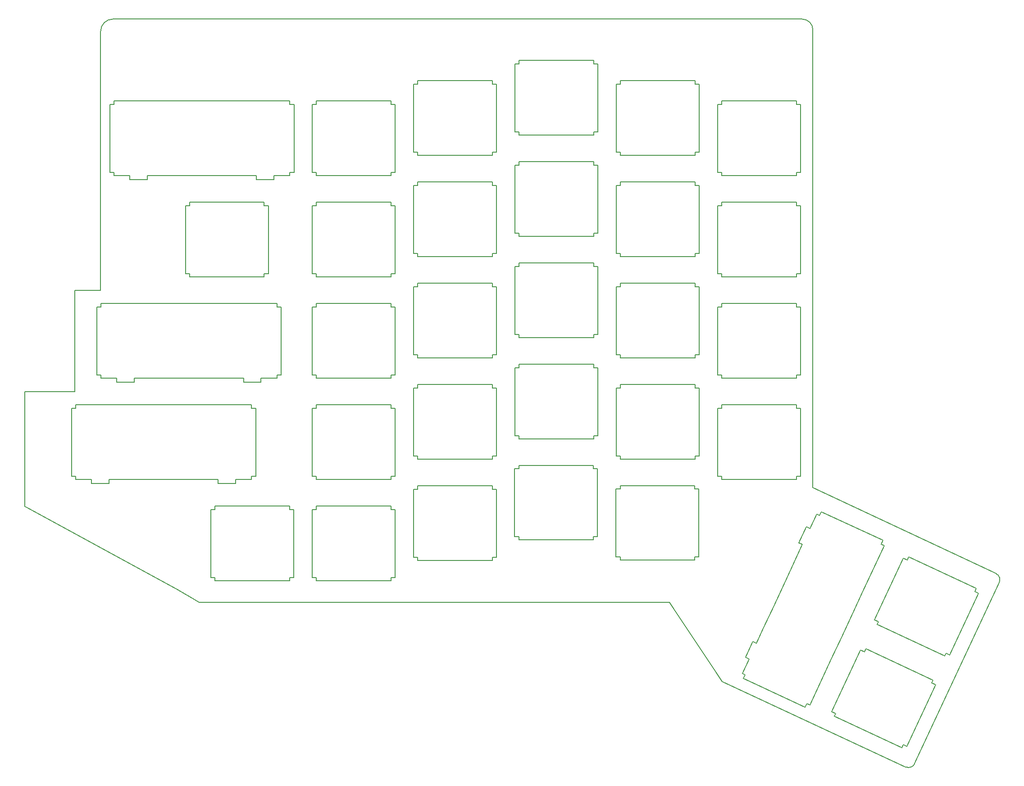
<source format=gbr>
G04 #@! TF.GenerationSoftware,KiCad,Pcbnew,(5.1.5)-3*
G04 #@! TF.CreationDate,2020-01-18T12:44:20+05:30*
G04 #@! TF.ProjectId,ergocape,6572676f-6361-4706-952e-6b696361645f,rev?*
G04 #@! TF.SameCoordinates,Original*
G04 #@! TF.FileFunction,Profile,NP*
%FSLAX46Y46*%
G04 Gerber Fmt 4.6, Leading zero omitted, Abs format (unit mm)*
G04 Created by KiCad (PCBNEW (5.1.5)-3) date 2020-01-18 12:44:20*
%MOMM*%
%LPD*%
G04 APERTURE LIST*
%ADD10C,0.200000*%
%ADD11C,0.150000*%
G04 APERTURE END LIST*
D10*
X31750000Y-68326000D02*
X36576000Y-68326000D01*
D11*
X38862000Y-17272000D02*
X39370000Y-17272000D01*
X36576000Y-48895000D02*
X36576000Y-19558000D01*
D10*
X36576000Y-51943000D02*
X36576000Y-48895000D01*
X36576000Y-68326000D02*
X36576000Y-51943000D01*
X31750000Y-87376000D02*
X31750000Y-68326000D01*
X22352000Y-87376000D02*
X31750000Y-87376000D01*
X22352000Y-87503000D02*
X22352000Y-87376000D01*
X22352000Y-98044000D02*
X22352000Y-87503000D01*
D11*
X157988000Y-17272000D02*
X168402000Y-17272000D01*
X147574000Y-17272000D02*
X157988000Y-17272000D01*
X136906000Y-17272000D02*
X147574000Y-17272000D01*
X127000000Y-17272000D02*
X136906000Y-17272000D01*
X204852770Y-121558610D02*
G75*
G02X205467055Y-123246347I-536726J-1151011D01*
G01*
X204385820Y-121337275D02*
X204852770Y-121558610D01*
X170434000Y-19304000D02*
X170434000Y-105410000D01*
X153365200Y-141833600D02*
X143510000Y-127000000D01*
X153585583Y-141929498D02*
X153365200Y-141833600D01*
X205467055Y-123246347D02*
X189577980Y-157304740D01*
X189577980Y-157304740D02*
G75*
G02X187890244Y-157919026I-1151011J536725D01*
G01*
X153585583Y-141929498D02*
X187890244Y-157919026D01*
X170434000Y-105410000D02*
X204385820Y-121337275D01*
X168402000Y-17272000D02*
G75*
G02X170434000Y-19304000I0J-2032000D01*
G01*
X36580000Y-19558000D02*
G75*
G02X38866000Y-17272000I2286000J0D01*
G01*
X127000000Y-17272000D02*
X39370000Y-17272000D01*
X137160000Y-127000000D02*
X143510000Y-127000000D01*
X22352000Y-108966000D02*
X22860000Y-109220000D01*
X22352000Y-106426000D02*
X22352000Y-108966000D01*
X22352000Y-98044000D02*
X22352000Y-106426000D01*
X55118000Y-127000000D02*
X55880000Y-127000000D01*
X53848000Y-126238000D02*
X55118000Y-127000000D01*
X50800000Y-124460000D02*
X53848000Y-126238000D01*
X55880000Y-127000000D02*
X137160000Y-127000000D01*
X22860000Y-109220000D02*
X50800000Y-124460000D01*
D10*
X91137500Y-103837500D02*
X91137500Y-103237500D01*
X91137500Y-89837500D02*
X77137500Y-89837500D01*
X91137500Y-90437500D02*
X91137500Y-89837500D01*
X91137500Y-103237500D02*
X91937500Y-103237500D01*
X76337500Y-90437500D02*
X76337500Y-103237500D01*
X76337500Y-103237500D02*
X77137500Y-103237500D01*
X91937500Y-90437500D02*
X91137500Y-90437500D01*
X91937500Y-103237500D02*
X91937500Y-90437500D01*
X77137500Y-103837500D02*
X91137500Y-103837500D01*
X77137500Y-103237500D02*
X77137500Y-103837500D01*
X77137500Y-90437500D02*
X76337500Y-90437500D01*
X77137500Y-89837500D02*
X77137500Y-90437500D01*
X110188000Y-100027500D02*
X110188000Y-99427500D01*
X110188000Y-86027500D02*
X96188000Y-86027500D01*
X110188000Y-86627500D02*
X110188000Y-86027500D01*
X110188000Y-99427500D02*
X110988000Y-99427500D01*
X95388000Y-86627500D02*
X95388000Y-99427500D01*
X95388000Y-99427500D02*
X96188000Y-99427500D01*
X110988000Y-86627500D02*
X110188000Y-86627500D01*
X110988000Y-99427500D02*
X110988000Y-86627500D01*
X96188000Y-100027500D02*
X110188000Y-100027500D01*
X96188000Y-99427500D02*
X96188000Y-100027500D01*
X96188000Y-86627500D02*
X95388000Y-86627500D01*
X96188000Y-86027500D02*
X96188000Y-86627500D01*
X110188000Y-119078000D02*
X110188000Y-118478000D01*
X110188000Y-105078000D02*
X96188000Y-105078000D01*
X110188000Y-105678000D02*
X110188000Y-105078000D01*
X110188000Y-118478000D02*
X110988000Y-118478000D01*
X95388000Y-105678000D02*
X95388000Y-118478000D01*
X95388000Y-118478000D02*
X96188000Y-118478000D01*
X110988000Y-105678000D02*
X110188000Y-105678000D01*
X110988000Y-118478000D02*
X110988000Y-105678000D01*
X96188000Y-119078000D02*
X110188000Y-119078000D01*
X96188000Y-118478000D02*
X96188000Y-119078000D01*
X96188000Y-105678000D02*
X95388000Y-105678000D01*
X96188000Y-105078000D02*
X96188000Y-105678000D01*
X110188000Y-61927500D02*
X110188000Y-61327500D01*
X110188000Y-47927500D02*
X96188000Y-47927500D01*
X110188000Y-48527500D02*
X110188000Y-47927500D01*
X110188000Y-61327500D02*
X110988000Y-61327500D01*
X95388000Y-48527500D02*
X95388000Y-61327500D01*
X95388000Y-61327500D02*
X96188000Y-61327500D01*
X110988000Y-48527500D02*
X110188000Y-48527500D01*
X110988000Y-61327500D02*
X110988000Y-48527500D01*
X96188000Y-61927500D02*
X110188000Y-61927500D01*
X96188000Y-61327500D02*
X96188000Y-61927500D01*
X96188000Y-48527500D02*
X95388000Y-48527500D01*
X96188000Y-47927500D02*
X96188000Y-48527500D01*
X148288000Y-100027500D02*
X148288000Y-99427500D01*
X148288000Y-86027500D02*
X134288000Y-86027500D01*
X148288000Y-86627500D02*
X148288000Y-86027500D01*
X148288000Y-99427500D02*
X149088000Y-99427500D01*
X133488000Y-86627500D02*
X133488000Y-99427500D01*
X133488000Y-99427500D02*
X134288000Y-99427500D01*
X149088000Y-86627500D02*
X148288000Y-86627500D01*
X149088000Y-99427500D02*
X149088000Y-86627500D01*
X134288000Y-100027500D02*
X148288000Y-100027500D01*
X134288000Y-99427500D02*
X134288000Y-100027500D01*
X134288000Y-86627500D02*
X133488000Y-86627500D01*
X134288000Y-86027500D02*
X134288000Y-86627500D01*
X187134827Y-154310482D02*
X187388398Y-153766698D01*
X193051482Y-141622173D02*
X180363173Y-135705518D01*
X192797911Y-142165958D02*
X193051482Y-141622173D01*
X187388398Y-153766698D02*
X188113444Y-154104792D01*
X179384556Y-135911208D02*
X173975042Y-147511947D01*
X173975042Y-147511947D02*
X174700089Y-147850042D01*
X193522958Y-142504053D02*
X192797911Y-142165958D01*
X188113444Y-154104792D02*
X193522958Y-142504053D01*
X174446518Y-148393827D02*
X187134827Y-154310482D01*
X174700089Y-147850042D02*
X174446518Y-148393827D01*
X180109602Y-136249302D02*
X179384556Y-135911208D01*
X180363173Y-135705518D02*
X180109602Y-136249302D01*
X195184827Y-137045482D02*
X195438398Y-136501698D01*
X201101482Y-124357173D02*
X188413173Y-118440518D01*
X200847911Y-124900958D02*
X201101482Y-124357173D01*
X195438398Y-136501698D02*
X196163444Y-136839792D01*
X187434556Y-118646208D02*
X182025042Y-130246947D01*
X182025042Y-130246947D02*
X182750089Y-130585042D01*
X201572958Y-125239053D02*
X200847911Y-124900958D01*
X196163444Y-136839792D02*
X201572958Y-125239053D01*
X182496518Y-131128827D02*
X195184827Y-137045482D01*
X182750089Y-130585042D02*
X182496518Y-131128827D01*
X188159602Y-118984302D02*
X187434556Y-118646208D01*
X188413173Y-118440518D02*
X188159602Y-118984302D01*
X53325000Y-65737500D02*
X53325000Y-65137500D01*
X53325000Y-51737500D02*
X67325000Y-51737500D01*
X53325000Y-52337500D02*
X53325000Y-51737500D01*
X53325000Y-65137500D02*
X52525000Y-65137500D01*
X68125000Y-52337500D02*
X68125000Y-65137500D01*
X68125000Y-65137500D02*
X67325000Y-65137500D01*
X52525000Y-52337500D02*
X53325000Y-52337500D01*
X52525000Y-65137500D02*
X52525000Y-52337500D01*
X67325000Y-65737500D02*
X53325000Y-65737500D01*
X67325000Y-65137500D02*
X67325000Y-65737500D01*
X67325000Y-52337500D02*
X68125000Y-52337500D01*
X67325000Y-51737500D02*
X67325000Y-52337500D01*
X167338000Y-65737500D02*
X167338000Y-65137500D01*
X167338000Y-51737500D02*
X153338000Y-51737500D01*
X167338000Y-52337500D02*
X167338000Y-51737500D01*
X167338000Y-65137500D02*
X168138000Y-65137500D01*
X152538000Y-52337500D02*
X152538000Y-65137500D01*
X152538000Y-65137500D02*
X153338000Y-65137500D01*
X168138000Y-52337500D02*
X167338000Y-52337500D01*
X168138000Y-65137500D02*
X168138000Y-52337500D01*
X153338000Y-65737500D02*
X167338000Y-65737500D01*
X153338000Y-65137500D02*
X153338000Y-65737500D01*
X153338000Y-52337500D02*
X152538000Y-52337500D01*
X153338000Y-51737500D02*
X153338000Y-52337500D01*
X110188000Y-80977500D02*
X110188000Y-80377500D01*
X110188000Y-66977500D02*
X96188000Y-66977500D01*
X110188000Y-67577500D02*
X110188000Y-66977500D01*
X110188000Y-80377500D02*
X110988000Y-80377500D01*
X95388000Y-67577500D02*
X95388000Y-80377500D01*
X95388000Y-80377500D02*
X96188000Y-80377500D01*
X110988000Y-67577500D02*
X110188000Y-67577500D01*
X110988000Y-80377500D02*
X110988000Y-67577500D01*
X96188000Y-80977500D02*
X110188000Y-80977500D01*
X96188000Y-80377500D02*
X96188000Y-80977500D01*
X96188000Y-67577500D02*
X95388000Y-67577500D01*
X96188000Y-66977500D02*
X96188000Y-67577500D01*
X148288000Y-61927500D02*
X148288000Y-61327500D01*
X148288000Y-47927500D02*
X134288000Y-47927500D01*
X148288000Y-48527500D02*
X148288000Y-47927500D01*
X148288000Y-61327500D02*
X149088000Y-61327500D01*
X133488000Y-48527500D02*
X133488000Y-61327500D01*
X133488000Y-61327500D02*
X134288000Y-61327500D01*
X149088000Y-48527500D02*
X148288000Y-48527500D01*
X149088000Y-61327500D02*
X149088000Y-48527500D01*
X134288000Y-61927500D02*
X148288000Y-61927500D01*
X134288000Y-61327500D02*
X134288000Y-61927500D01*
X134288000Y-48527500D02*
X133488000Y-48527500D01*
X134288000Y-47927500D02*
X134288000Y-48527500D01*
X91137500Y-65737500D02*
X91137500Y-65137500D01*
X91137500Y-51737500D02*
X77137500Y-51737500D01*
X91137500Y-52337500D02*
X91137500Y-51737500D01*
X91137500Y-65137500D02*
X91937500Y-65137500D01*
X76337500Y-52337500D02*
X76337500Y-65137500D01*
X76337500Y-65137500D02*
X77137500Y-65137500D01*
X91937500Y-52337500D02*
X91137500Y-52337500D01*
X91937500Y-65137500D02*
X91937500Y-52337500D01*
X77137500Y-65737500D02*
X91137500Y-65737500D01*
X77137500Y-65137500D02*
X77137500Y-65737500D01*
X77137500Y-52337500D02*
X76337500Y-52337500D01*
X77137500Y-51737500D02*
X77137500Y-52337500D01*
X167338000Y-84787500D02*
X167338000Y-84187500D01*
X167338000Y-70787500D02*
X153338000Y-70787500D01*
X167338000Y-71387500D02*
X167338000Y-70787500D01*
X167338000Y-84187500D02*
X168138000Y-84187500D01*
X152538000Y-71387500D02*
X152538000Y-84187500D01*
X152538000Y-84187500D02*
X153338000Y-84187500D01*
X168138000Y-71387500D02*
X167338000Y-71387500D01*
X168138000Y-84187500D02*
X168138000Y-71387500D01*
X153338000Y-84787500D02*
X167338000Y-84787500D01*
X153338000Y-84187500D02*
X153338000Y-84787500D01*
X153338000Y-71387500D02*
X152538000Y-71387500D01*
X153338000Y-70787500D02*
X153338000Y-71387500D01*
X148288000Y-80977500D02*
X148288000Y-80377500D01*
X148288000Y-66977500D02*
X134288000Y-66977500D01*
X148288000Y-67577500D02*
X148288000Y-66977500D01*
X148288000Y-80377500D02*
X149088000Y-80377500D01*
X133488000Y-67577500D02*
X133488000Y-80377500D01*
X133488000Y-80377500D02*
X134288000Y-80377500D01*
X149088000Y-67577500D02*
X148288000Y-67577500D01*
X149088000Y-80377500D02*
X149088000Y-67577500D01*
X134288000Y-80977500D02*
X148288000Y-80977500D01*
X134288000Y-80377500D02*
X134288000Y-80977500D01*
X134288000Y-67577500D02*
X133488000Y-67577500D01*
X134288000Y-66977500D02*
X134288000Y-67577500D01*
X129238000Y-58117500D02*
X129238000Y-57517500D01*
X129238000Y-44117500D02*
X115238000Y-44117500D01*
X129238000Y-44717500D02*
X129238000Y-44117500D01*
X129238000Y-57517500D02*
X130038000Y-57517500D01*
X114438000Y-44717500D02*
X114438000Y-57517500D01*
X114438000Y-57517500D02*
X115238000Y-57517500D01*
X130038000Y-44717500D02*
X129238000Y-44717500D01*
X130038000Y-57517500D02*
X130038000Y-44717500D01*
X115238000Y-58117500D02*
X129238000Y-58117500D01*
X115238000Y-57517500D02*
X115238000Y-58117500D01*
X115238000Y-44717500D02*
X114438000Y-44717500D01*
X115238000Y-44117500D02*
X115238000Y-44717500D01*
X129238000Y-77167500D02*
X129238000Y-76567500D01*
X129238000Y-63167500D02*
X115238000Y-63167500D01*
X129238000Y-63767500D02*
X129238000Y-63167500D01*
X129238000Y-76567500D02*
X130038000Y-76567500D01*
X114438000Y-63767500D02*
X114438000Y-76567500D01*
X114438000Y-76567500D02*
X115238000Y-76567500D01*
X130038000Y-63767500D02*
X129238000Y-63767500D01*
X130038000Y-76567500D02*
X130038000Y-63767500D01*
X115238000Y-77167500D02*
X129238000Y-77167500D01*
X115238000Y-76567500D02*
X115238000Y-77167500D01*
X115238000Y-63767500D02*
X114438000Y-63767500D01*
X115238000Y-63167500D02*
X115238000Y-63767500D01*
X72087500Y-122888000D02*
X72087500Y-122288000D01*
X72087500Y-108888000D02*
X58087500Y-108888000D01*
X72087500Y-109488000D02*
X72087500Y-108888000D01*
X72087500Y-122288000D02*
X72887500Y-122288000D01*
X57287500Y-109488000D02*
X57287500Y-122288000D01*
X57287500Y-122288000D02*
X58087500Y-122288000D01*
X72887500Y-109488000D02*
X72087500Y-109488000D01*
X72887500Y-122288000D02*
X72887500Y-109488000D01*
X58087500Y-122888000D02*
X72087500Y-122888000D01*
X58087500Y-122288000D02*
X58087500Y-122888000D01*
X58087500Y-109488000D02*
X57287500Y-109488000D01*
X58087500Y-108888000D02*
X58087500Y-109488000D01*
X129238000Y-96217500D02*
X129238000Y-95617500D01*
X129238000Y-82217500D02*
X115238000Y-82217500D01*
X129238000Y-82817500D02*
X129238000Y-82217500D01*
X129238000Y-95617500D02*
X130038000Y-95617500D01*
X114438000Y-82817500D02*
X114438000Y-95617500D01*
X114438000Y-95617500D02*
X115238000Y-95617500D01*
X130038000Y-82817500D02*
X129238000Y-82817500D01*
X130038000Y-95617500D02*
X130038000Y-82817500D01*
X115238000Y-96217500D02*
X129238000Y-96217500D01*
X115238000Y-95617500D02*
X115238000Y-96217500D01*
X115238000Y-82817500D02*
X114438000Y-82817500D01*
X115238000Y-82217500D02*
X115238000Y-82817500D01*
X148224000Y-119014000D02*
X148224000Y-118414000D01*
X148224000Y-105014000D02*
X134224000Y-105014000D01*
X148224000Y-105614000D02*
X148224000Y-105014000D01*
X148224000Y-118414000D02*
X149024000Y-118414000D01*
X133424000Y-105614000D02*
X133424000Y-118414000D01*
X133424000Y-118414000D02*
X134224000Y-118414000D01*
X149024000Y-105614000D02*
X148224000Y-105614000D01*
X149024000Y-118414000D02*
X149024000Y-105614000D01*
X134224000Y-119014000D02*
X148224000Y-119014000D01*
X134224000Y-118414000D02*
X134224000Y-119014000D01*
X134224000Y-105614000D02*
X133424000Y-105614000D01*
X134224000Y-105014000D02*
X134224000Y-105614000D01*
X129174000Y-115204000D02*
X129174000Y-114604000D01*
X129174000Y-101204000D02*
X115174000Y-101204000D01*
X129174000Y-101804000D02*
X129174000Y-101204000D01*
X129174000Y-114604000D02*
X129974000Y-114604000D01*
X114374000Y-101804000D02*
X114374000Y-114604000D01*
X114374000Y-114604000D02*
X115174000Y-114604000D01*
X129974000Y-101804000D02*
X129174000Y-101804000D01*
X129974000Y-114604000D02*
X129974000Y-101804000D01*
X115174000Y-115204000D02*
X129174000Y-115204000D01*
X115174000Y-114604000D02*
X115174000Y-115204000D01*
X115174000Y-101804000D02*
X114374000Y-101804000D01*
X115174000Y-101204000D02*
X115174000Y-101804000D01*
X167338000Y-103837500D02*
X167338000Y-103237500D01*
X167338000Y-89837500D02*
X153338000Y-89837500D01*
X167338000Y-90437500D02*
X167338000Y-89837500D01*
X167338000Y-103237500D02*
X168138000Y-103237500D01*
X152538000Y-90437500D02*
X152538000Y-103237500D01*
X152538000Y-103237500D02*
X153338000Y-103237500D01*
X168138000Y-90437500D02*
X167338000Y-90437500D01*
X168138000Y-103237500D02*
X168138000Y-90437500D01*
X153338000Y-103837500D02*
X167338000Y-103837500D01*
X153338000Y-103237500D02*
X153338000Y-103837500D01*
X153338000Y-90437500D02*
X152538000Y-90437500D01*
X153338000Y-89837500D02*
X153338000Y-90437500D01*
X91137500Y-122888000D02*
X91137500Y-122288000D01*
X91137500Y-108888000D02*
X77137500Y-108888000D01*
X91137500Y-109488000D02*
X91137500Y-108888000D01*
X91137500Y-122288000D02*
X91937500Y-122288000D01*
X76337500Y-109488000D02*
X76337500Y-122288000D01*
X76337500Y-122288000D02*
X77137500Y-122288000D01*
X91937500Y-109488000D02*
X91137500Y-109488000D01*
X91937500Y-122288000D02*
X91937500Y-109488000D01*
X77137500Y-122888000D02*
X91137500Y-122888000D01*
X77137500Y-122288000D02*
X77137500Y-122888000D01*
X77137500Y-109488000D02*
X76337500Y-109488000D01*
X77137500Y-108888000D02*
X77137500Y-109488000D01*
X91137500Y-84787500D02*
X91137500Y-84187500D01*
X91137500Y-70787500D02*
X77137500Y-70787500D01*
X91137500Y-71387500D02*
X91137500Y-70787500D01*
X91137500Y-84187500D02*
X91937500Y-84187500D01*
X76337500Y-71387500D02*
X76337500Y-84187500D01*
X76337500Y-84187500D02*
X77137500Y-84187500D01*
X91937500Y-71387500D02*
X91137500Y-71387500D01*
X91937500Y-84187500D02*
X91937500Y-71387500D01*
X77137500Y-84787500D02*
X91137500Y-84787500D01*
X77137500Y-84187500D02*
X77137500Y-84787500D01*
X77137500Y-71387500D02*
X76337500Y-71387500D01*
X77137500Y-70787500D02*
X77137500Y-71387500D01*
X167338000Y-46687500D02*
X167338000Y-46087500D01*
X167338000Y-32687500D02*
X153338000Y-32687500D01*
X167338000Y-33287500D02*
X167338000Y-32687500D01*
X167338000Y-46087500D02*
X168138000Y-46087500D01*
X152538000Y-33287500D02*
X152538000Y-46087500D01*
X152538000Y-46087500D02*
X153338000Y-46087500D01*
X168138000Y-33287500D02*
X167338000Y-33287500D01*
X168138000Y-46087500D02*
X168138000Y-33287500D01*
X153338000Y-46687500D02*
X167338000Y-46687500D01*
X153338000Y-46087500D02*
X153338000Y-46687500D01*
X153338000Y-33287500D02*
X152538000Y-33287500D01*
X153338000Y-32687500D02*
X153338000Y-33287500D01*
X148288000Y-42877500D02*
X148288000Y-42277500D01*
X148288000Y-28877500D02*
X134288000Y-28877500D01*
X148288000Y-29477500D02*
X148288000Y-28877500D01*
X148288000Y-42277500D02*
X149088000Y-42277500D01*
X133488000Y-29477500D02*
X133488000Y-42277500D01*
X133488000Y-42277500D02*
X134288000Y-42277500D01*
X149088000Y-29477500D02*
X148288000Y-29477500D01*
X149088000Y-42277500D02*
X149088000Y-29477500D01*
X134288000Y-42877500D02*
X148288000Y-42877500D01*
X134288000Y-42277500D02*
X134288000Y-42877500D01*
X134288000Y-29477500D02*
X133488000Y-29477500D01*
X134288000Y-28877500D02*
X134288000Y-29477500D01*
X129238000Y-39067500D02*
X129238000Y-38467500D01*
X129238000Y-25067500D02*
X115238000Y-25067500D01*
X129238000Y-25667500D02*
X129238000Y-25067500D01*
X129238000Y-38467500D02*
X130038000Y-38467500D01*
X114438000Y-25667500D02*
X114438000Y-38467500D01*
X114438000Y-38467500D02*
X115238000Y-38467500D01*
X130038000Y-25667500D02*
X129238000Y-25667500D01*
X130038000Y-38467500D02*
X130038000Y-25667500D01*
X115238000Y-39067500D02*
X129238000Y-39067500D01*
X115238000Y-38467500D02*
X115238000Y-39067500D01*
X115238000Y-25667500D02*
X114438000Y-25667500D01*
X115238000Y-25067500D02*
X115238000Y-25667500D01*
X110188000Y-42877500D02*
X110188000Y-42277500D01*
X110188000Y-28877500D02*
X96188000Y-28877500D01*
X110188000Y-29477500D02*
X110188000Y-28877500D01*
X110188000Y-42277500D02*
X110988000Y-42277500D01*
X95388000Y-29477500D02*
X95388000Y-42277500D01*
X95388000Y-42277500D02*
X96188000Y-42277500D01*
X110988000Y-29477500D02*
X110188000Y-29477500D01*
X110988000Y-42277500D02*
X110988000Y-29477500D01*
X96188000Y-42877500D02*
X110188000Y-42877500D01*
X96188000Y-42277500D02*
X96188000Y-42877500D01*
X96188000Y-29477500D02*
X95388000Y-29477500D01*
X96188000Y-28877500D02*
X96188000Y-29477500D01*
X91137500Y-46687500D02*
X91137500Y-46087500D01*
X91137500Y-32687500D02*
X77137500Y-32687500D01*
X91137500Y-33287500D02*
X91137500Y-32687500D01*
X91137500Y-46087500D02*
X91937500Y-46087500D01*
X76337500Y-33287500D02*
X76337500Y-46087500D01*
X76337500Y-46087500D02*
X77137500Y-46087500D01*
X91937500Y-33287500D02*
X91137500Y-33287500D01*
X91937500Y-46087500D02*
X91937500Y-33287500D01*
X77137500Y-46687500D02*
X91137500Y-46687500D01*
X77137500Y-46087500D02*
X77137500Y-46687500D01*
X77137500Y-33287500D02*
X76337500Y-33287500D01*
X77137500Y-32687500D02*
X77137500Y-33287500D01*
X177920896Y-128993560D02*
X179812188Y-124937671D01*
X159153931Y-134337960D02*
X157759268Y-137328825D01*
X159833503Y-134654849D02*
X159153931Y-134337960D01*
X171693376Y-110642133D02*
X171149153Y-110388358D01*
X157387693Y-141320769D02*
X168988191Y-146730170D01*
X167123715Y-119020939D02*
X165232423Y-123076828D01*
X172031450Y-109917130D02*
X171693376Y-110642133D01*
X183631949Y-115326531D02*
X172031450Y-109917130D01*
X183293874Y-116051534D02*
X183631949Y-115326531D01*
X168497194Y-116075502D02*
X167123715Y-119020939D01*
X157725767Y-140595766D02*
X157387693Y-141320769D01*
X179812188Y-124937671D02*
X183837627Y-116305090D01*
X173895457Y-137626142D02*
X175786749Y-133570253D01*
X169326266Y-146005168D02*
X169870018Y-146258723D01*
X157759268Y-137328825D02*
X158438839Y-137645715D01*
X168988191Y-146730170D02*
X169326266Y-146005168D01*
X175786749Y-133570253D02*
X177920896Y-128993560D01*
X169212288Y-112767745D02*
X167817623Y-115758613D01*
X158438839Y-137645715D02*
X157181545Y-140341991D01*
X169891859Y-113084634D02*
X169212288Y-112767745D01*
X163098276Y-127653521D02*
X161206984Y-131709410D01*
X165232423Y-123076828D02*
X163098276Y-127653521D01*
X171149153Y-110388358D02*
X169891859Y-113084634D01*
X167817623Y-115758613D02*
X168497194Y-116075502D01*
X169870018Y-146258723D02*
X173895457Y-137626142D01*
X183837627Y-116305090D02*
X183293874Y-116051534D01*
X161206984Y-131709410D02*
X159833503Y-134654849D01*
X157181545Y-140341991D02*
X157725767Y-140595766D01*
X50944375Y-89837073D02*
X55419553Y-89837073D01*
X38169442Y-104587078D02*
X34869387Y-104587078D01*
X38169442Y-103837254D02*
X38169442Y-104587078D01*
X64944553Y-103236771D02*
X64944553Y-103837254D01*
X31094423Y-103236771D02*
X31094423Y-90437037D01*
X55419553Y-103837254D02*
X50944375Y-103837254D01*
X65744505Y-103236771D02*
X64944553Y-103236771D01*
X65744505Y-90437037D02*
X65744505Y-103236771D01*
X64944553Y-90437037D02*
X65744505Y-90437037D01*
X58669483Y-103837254D02*
X55419553Y-103837254D01*
X31894375Y-103236771D02*
X31094423Y-103236771D01*
X55419553Y-89837073D02*
X64944553Y-89837073D01*
X41419375Y-89837073D02*
X45894553Y-89837073D01*
X31894375Y-90437037D02*
X31894375Y-89837073D01*
X34869387Y-104587078D02*
X34869387Y-103837254D01*
X31094423Y-90437037D02*
X31894375Y-90437037D01*
X45894553Y-89837073D02*
X50944375Y-89837073D01*
X61969541Y-104587078D02*
X58669483Y-104587078D01*
X34869387Y-103837254D02*
X31894375Y-103837254D01*
X61969541Y-103837254D02*
X61969541Y-104587078D01*
X45894553Y-103837254D02*
X41419375Y-103837254D01*
X50944375Y-103837254D02*
X45894553Y-103837254D01*
X64944553Y-103837254D02*
X61969541Y-103837254D01*
X58669483Y-104587078D02*
X58669483Y-103837254D01*
X31894375Y-89837073D02*
X41419375Y-89837073D01*
X64944553Y-89837073D02*
X64944553Y-90437037D01*
X41419375Y-103837254D02*
X38169442Y-103837254D01*
X31894375Y-103837254D02*
X31894375Y-103236771D01*
X55706775Y-70787073D02*
X60181953Y-70787073D01*
X42931842Y-85537078D02*
X39631787Y-85537078D01*
X42931842Y-84787254D02*
X42931842Y-85537078D01*
X69706953Y-84186771D02*
X69706953Y-84787254D01*
X35856823Y-84186771D02*
X35856823Y-71387037D01*
X60181953Y-84787254D02*
X55706775Y-84787254D01*
X70506905Y-84186771D02*
X69706953Y-84186771D01*
X70506905Y-71387037D02*
X70506905Y-84186771D01*
X69706953Y-71387037D02*
X70506905Y-71387037D01*
X63431883Y-84787254D02*
X60181953Y-84787254D01*
X36656775Y-84186771D02*
X35856823Y-84186771D01*
X60181953Y-70787073D02*
X69706953Y-70787073D01*
X46181775Y-70787073D02*
X50656953Y-70787073D01*
X36656775Y-71387037D02*
X36656775Y-70787073D01*
X39631787Y-85537078D02*
X39631787Y-84787254D01*
X35856823Y-71387037D02*
X36656775Y-71387037D01*
X50656953Y-70787073D02*
X55706775Y-70787073D01*
X66731941Y-85537078D02*
X63431883Y-85537078D01*
X39631787Y-84787254D02*
X36656775Y-84787254D01*
X66731941Y-84787254D02*
X66731941Y-85537078D01*
X50656953Y-84787254D02*
X46181775Y-84787254D01*
X55706775Y-84787254D02*
X50656953Y-84787254D01*
X69706953Y-84787254D02*
X66731941Y-84787254D01*
X63431883Y-85537078D02*
X63431883Y-84787254D01*
X36656775Y-70787073D02*
X46181775Y-70787073D01*
X69706953Y-70787073D02*
X69706953Y-71387037D01*
X46181775Y-84787254D02*
X42931842Y-84787254D01*
X36656775Y-84787254D02*
X36656775Y-84186771D01*
X53100425Y-32687073D02*
X48625247Y-32687073D01*
X65875358Y-47437078D02*
X69175413Y-47437078D01*
X65875358Y-46687254D02*
X65875358Y-47437078D01*
X39100247Y-46086771D02*
X39100247Y-46687254D01*
X72950377Y-46086771D02*
X72950377Y-33287037D01*
X48625247Y-46687254D02*
X53100425Y-46687254D01*
X38300295Y-46086771D02*
X39100247Y-46086771D01*
X38300295Y-33287037D02*
X38300295Y-46086771D01*
X39100247Y-33287037D02*
X38300295Y-33287037D01*
X45375317Y-46687254D02*
X48625247Y-46687254D01*
X72150425Y-46086771D02*
X72950377Y-46086771D01*
X48625247Y-32687073D02*
X39100247Y-32687073D01*
X62625425Y-32687073D02*
X58150247Y-32687073D01*
X72150425Y-33287037D02*
X72150425Y-32687073D01*
X69175413Y-47437078D02*
X69175413Y-46687254D01*
X72950377Y-33287037D02*
X72150425Y-33287037D01*
X58150247Y-32687073D02*
X53100425Y-32687073D01*
X42075259Y-47437078D02*
X45375317Y-47437078D01*
X69175413Y-46687254D02*
X72150425Y-46687254D01*
X42075259Y-46687254D02*
X42075259Y-47437078D01*
X58150247Y-46687254D02*
X62625425Y-46687254D01*
X53100425Y-46687254D02*
X58150247Y-46687254D01*
X39100247Y-46687254D02*
X42075259Y-46687254D01*
X45375317Y-47437078D02*
X45375317Y-46687254D01*
X72150425Y-32687073D02*
X62625425Y-32687073D01*
X39100247Y-32687073D02*
X39100247Y-33287037D01*
X62625425Y-46687254D02*
X65875358Y-46687254D01*
X72150425Y-46687254D02*
X72150425Y-46086771D01*
M02*

</source>
